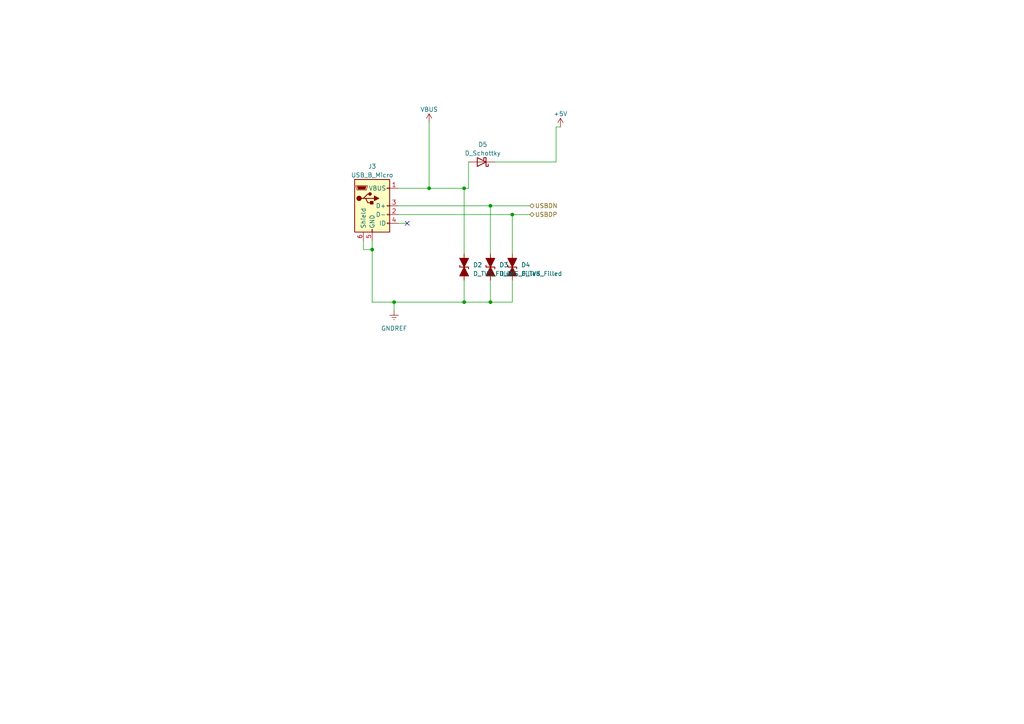
<source format=kicad_sch>
(kicad_sch (version 20230121) (generator eeschema)

  (uuid 28869aa2-6758-4ecc-9b34-cce0aa5e2a19)

  (paper "A4")

  (lib_symbols
    (symbol "Connector:USB_B_Micro" (pin_names (offset 1.016)) (in_bom yes) (on_board yes)
      (property "Reference" "J" (at -5.08 11.43 0)
        (effects (font (size 1.27 1.27)) (justify left))
      )
      (property "Value" "USB_B_Micro" (at -5.08 8.89 0)
        (effects (font (size 1.27 1.27)) (justify left))
      )
      (property "Footprint" "" (at 3.81 -1.27 0)
        (effects (font (size 1.27 1.27)) hide)
      )
      (property "Datasheet" "~" (at 3.81 -1.27 0)
        (effects (font (size 1.27 1.27)) hide)
      )
      (property "ki_keywords" "connector USB micro" (at 0 0 0)
        (effects (font (size 1.27 1.27)) hide)
      )
      (property "ki_description" "USB Micro Type B connector" (at 0 0 0)
        (effects (font (size 1.27 1.27)) hide)
      )
      (property "ki_fp_filters" "USB*" (at 0 0 0)
        (effects (font (size 1.27 1.27)) hide)
      )
      (symbol "USB_B_Micro_0_1"
        (rectangle (start -5.08 -7.62) (end 5.08 7.62)
          (stroke (width 0.254) (type default))
          (fill (type background))
        )
        (circle (center -3.81 2.159) (radius 0.635)
          (stroke (width 0.254) (type default))
          (fill (type outline))
        )
        (circle (center -0.635 3.429) (radius 0.381)
          (stroke (width 0.254) (type default))
          (fill (type outline))
        )
        (rectangle (start -0.127 -7.62) (end 0.127 -6.858)
          (stroke (width 0) (type default))
          (fill (type none))
        )
        (polyline
          (pts
            (xy -1.905 2.159)
            (xy 0.635 2.159)
          )
          (stroke (width 0.254) (type default))
          (fill (type none))
        )
        (polyline
          (pts
            (xy -3.175 2.159)
            (xy -2.54 2.159)
            (xy -1.27 3.429)
            (xy -0.635 3.429)
          )
          (stroke (width 0.254) (type default))
          (fill (type none))
        )
        (polyline
          (pts
            (xy -2.54 2.159)
            (xy -1.905 2.159)
            (xy -1.27 0.889)
            (xy 0 0.889)
          )
          (stroke (width 0.254) (type default))
          (fill (type none))
        )
        (polyline
          (pts
            (xy 0.635 2.794)
            (xy 0.635 1.524)
            (xy 1.905 2.159)
            (xy 0.635 2.794)
          )
          (stroke (width 0.254) (type default))
          (fill (type outline))
        )
        (polyline
          (pts
            (xy -4.318 5.588)
            (xy -1.778 5.588)
            (xy -2.032 4.826)
            (xy -4.064 4.826)
            (xy -4.318 5.588)
          )
          (stroke (width 0) (type default))
          (fill (type outline))
        )
        (polyline
          (pts
            (xy -4.699 5.842)
            (xy -4.699 5.588)
            (xy -4.445 4.826)
            (xy -4.445 4.572)
            (xy -1.651 4.572)
            (xy -1.651 4.826)
            (xy -1.397 5.588)
            (xy -1.397 5.842)
            (xy -4.699 5.842)
          )
          (stroke (width 0) (type default))
          (fill (type none))
        )
        (rectangle (start 0.254 1.27) (end -0.508 0.508)
          (stroke (width 0.254) (type default))
          (fill (type outline))
        )
        (rectangle (start 5.08 -5.207) (end 4.318 -4.953)
          (stroke (width 0) (type default))
          (fill (type none))
        )
        (rectangle (start 5.08 -2.667) (end 4.318 -2.413)
          (stroke (width 0) (type default))
          (fill (type none))
        )
        (rectangle (start 5.08 -0.127) (end 4.318 0.127)
          (stroke (width 0) (type default))
          (fill (type none))
        )
        (rectangle (start 5.08 4.953) (end 4.318 5.207)
          (stroke (width 0) (type default))
          (fill (type none))
        )
      )
      (symbol "USB_B_Micro_1_1"
        (pin power_out line (at 7.62 5.08 180) (length 2.54)
          (name "VBUS" (effects (font (size 1.27 1.27))))
          (number "1" (effects (font (size 1.27 1.27))))
        )
        (pin bidirectional line (at 7.62 -2.54 180) (length 2.54)
          (name "D-" (effects (font (size 1.27 1.27))))
          (number "2" (effects (font (size 1.27 1.27))))
        )
        (pin bidirectional line (at 7.62 0 180) (length 2.54)
          (name "D+" (effects (font (size 1.27 1.27))))
          (number "3" (effects (font (size 1.27 1.27))))
        )
        (pin passive line (at 7.62 -5.08 180) (length 2.54)
          (name "ID" (effects (font (size 1.27 1.27))))
          (number "4" (effects (font (size 1.27 1.27))))
        )
        (pin power_out line (at 0 -10.16 90) (length 2.54)
          (name "GND" (effects (font (size 1.27 1.27))))
          (number "5" (effects (font (size 1.27 1.27))))
        )
        (pin passive line (at -2.54 -10.16 90) (length 2.54)
          (name "Shield" (effects (font (size 1.27 1.27))))
          (number "6" (effects (font (size 1.27 1.27))))
        )
      )
    )
    (symbol "Device:D_Schottky" (pin_numbers hide) (pin_names (offset 1.016) hide) (in_bom yes) (on_board yes)
      (property "Reference" "D" (at 0 2.54 0)
        (effects (font (size 1.27 1.27)))
      )
      (property "Value" "D_Schottky" (at 0 -2.54 0)
        (effects (font (size 1.27 1.27)))
      )
      (property "Footprint" "" (at 0 0 0)
        (effects (font (size 1.27 1.27)) hide)
      )
      (property "Datasheet" "~" (at 0 0 0)
        (effects (font (size 1.27 1.27)) hide)
      )
      (property "ki_keywords" "diode Schottky" (at 0 0 0)
        (effects (font (size 1.27 1.27)) hide)
      )
      (property "ki_description" "Schottky diode" (at 0 0 0)
        (effects (font (size 1.27 1.27)) hide)
      )
      (property "ki_fp_filters" "TO-???* *_Diode_* *SingleDiode* D_*" (at 0 0 0)
        (effects (font (size 1.27 1.27)) hide)
      )
      (symbol "D_Schottky_0_1"
        (polyline
          (pts
            (xy 1.27 0)
            (xy -1.27 0)
          )
          (stroke (width 0) (type default))
          (fill (type none))
        )
        (polyline
          (pts
            (xy 1.27 1.27)
            (xy 1.27 -1.27)
            (xy -1.27 0)
            (xy 1.27 1.27)
          )
          (stroke (width 0.254) (type default))
          (fill (type none))
        )
        (polyline
          (pts
            (xy -1.905 0.635)
            (xy -1.905 1.27)
            (xy -1.27 1.27)
            (xy -1.27 -1.27)
            (xy -0.635 -1.27)
            (xy -0.635 -0.635)
          )
          (stroke (width 0.254) (type default))
          (fill (type none))
        )
      )
      (symbol "D_Schottky_1_1"
        (pin passive line (at -3.81 0 0) (length 2.54)
          (name "K" (effects (font (size 1.27 1.27))))
          (number "1" (effects (font (size 1.27 1.27))))
        )
        (pin passive line (at 3.81 0 180) (length 2.54)
          (name "A" (effects (font (size 1.27 1.27))))
          (number "2" (effects (font (size 1.27 1.27))))
        )
      )
    )
    (symbol "Device:D_TVS_Filled" (pin_numbers hide) (pin_names (offset 1.016) hide) (in_bom yes) (on_board yes)
      (property "Reference" "D" (at 0 2.54 0)
        (effects (font (size 1.27 1.27)))
      )
      (property "Value" "D_TVS_Filled" (at 0 -2.54 0)
        (effects (font (size 1.27 1.27)))
      )
      (property "Footprint" "" (at 0 0 0)
        (effects (font (size 1.27 1.27)) hide)
      )
      (property "Datasheet" "~" (at 0 0 0)
        (effects (font (size 1.27 1.27)) hide)
      )
      (property "ki_keywords" "diode TVS thyrector" (at 0 0 0)
        (effects (font (size 1.27 1.27)) hide)
      )
      (property "ki_description" "Bidirectional transient-voltage-suppression diode, filled shape" (at 0 0 0)
        (effects (font (size 1.27 1.27)) hide)
      )
      (property "ki_fp_filters" "TO-???* *_Diode_* *SingleDiode* D_*" (at 0 0 0)
        (effects (font (size 1.27 1.27)) hide)
      )
      (symbol "D_TVS_Filled_0_1"
        (polyline
          (pts
            (xy 1.27 0)
            (xy -1.27 0)
          )
          (stroke (width 0) (type default))
          (fill (type none))
        )
        (polyline
          (pts
            (xy -2.54 -1.27)
            (xy 0 0)
            (xy -2.54 1.27)
            (xy -2.54 -1.27)
          )
          (stroke (width 0.254) (type default))
          (fill (type outline))
        )
        (polyline
          (pts
            (xy 0.508 1.27)
            (xy 0 1.27)
            (xy 0 -1.27)
            (xy -0.508 -1.27)
          )
          (stroke (width 0.254) (type default))
          (fill (type none))
        )
        (polyline
          (pts
            (xy 2.54 1.27)
            (xy 2.54 -1.27)
            (xy 0 0)
            (xy 2.54 1.27)
          )
          (stroke (width 0.254) (type default))
          (fill (type outline))
        )
      )
      (symbol "D_TVS_Filled_1_1"
        (pin passive line (at -3.81 0 0) (length 2.54)
          (name "A1" (effects (font (size 1.27 1.27))))
          (number "1" (effects (font (size 1.27 1.27))))
        )
        (pin passive line (at 3.81 0 180) (length 2.54)
          (name "A2" (effects (font (size 1.27 1.27))))
          (number "2" (effects (font (size 1.27 1.27))))
        )
      )
    )
    (symbol "power:+5V" (power) (pin_names (offset 0)) (in_bom yes) (on_board yes)
      (property "Reference" "#PWR" (at 0 -3.81 0)
        (effects (font (size 1.27 1.27)) hide)
      )
      (property "Value" "+5V" (at 0 3.556 0)
        (effects (font (size 1.27 1.27)))
      )
      (property "Footprint" "" (at 0 0 0)
        (effects (font (size 1.27 1.27)) hide)
      )
      (property "Datasheet" "" (at 0 0 0)
        (effects (font (size 1.27 1.27)) hide)
      )
      (property "ki_keywords" "global power" (at 0 0 0)
        (effects (font (size 1.27 1.27)) hide)
      )
      (property "ki_description" "Power symbol creates a global label with name \"+5V\"" (at 0 0 0)
        (effects (font (size 1.27 1.27)) hide)
      )
      (symbol "+5V_0_1"
        (polyline
          (pts
            (xy -0.762 1.27)
            (xy 0 2.54)
          )
          (stroke (width 0) (type default))
          (fill (type none))
        )
        (polyline
          (pts
            (xy 0 0)
            (xy 0 2.54)
          )
          (stroke (width 0) (type default))
          (fill (type none))
        )
        (polyline
          (pts
            (xy 0 2.54)
            (xy 0.762 1.27)
          )
          (stroke (width 0) (type default))
          (fill (type none))
        )
      )
      (symbol "+5V_1_1"
        (pin power_in line (at 0 0 90) (length 0) hide
          (name "+5V" (effects (font (size 1.27 1.27))))
          (number "1" (effects (font (size 1.27 1.27))))
        )
      )
    )
    (symbol "power:GNDREF" (power) (pin_names (offset 0)) (in_bom yes) (on_board yes)
      (property "Reference" "#PWR" (at 0 -6.35 0)
        (effects (font (size 1.27 1.27)) hide)
      )
      (property "Value" "GNDREF" (at 0 -3.81 0)
        (effects (font (size 1.27 1.27)))
      )
      (property "Footprint" "" (at 0 0 0)
        (effects (font (size 1.27 1.27)) hide)
      )
      (property "Datasheet" "" (at 0 0 0)
        (effects (font (size 1.27 1.27)) hide)
      )
      (property "ki_keywords" "global power" (at 0 0 0)
        (effects (font (size 1.27 1.27)) hide)
      )
      (property "ki_description" "Power symbol creates a global label with name \"GNDREF\" , reference supply ground" (at 0 0 0)
        (effects (font (size 1.27 1.27)) hide)
      )
      (symbol "GNDREF_0_1"
        (polyline
          (pts
            (xy -0.635 -1.905)
            (xy 0.635 -1.905)
          )
          (stroke (width 0) (type default))
          (fill (type none))
        )
        (polyline
          (pts
            (xy -0.127 -2.54)
            (xy 0.127 -2.54)
          )
          (stroke (width 0) (type default))
          (fill (type none))
        )
        (polyline
          (pts
            (xy 0 -1.27)
            (xy 0 0)
          )
          (stroke (width 0) (type default))
          (fill (type none))
        )
        (polyline
          (pts
            (xy 1.27 -1.27)
            (xy -1.27 -1.27)
          )
          (stroke (width 0) (type default))
          (fill (type none))
        )
      )
      (symbol "GNDREF_1_1"
        (pin power_in line (at 0 0 270) (length 0) hide
          (name "GNDREF" (effects (font (size 1.27 1.27))))
          (number "1" (effects (font (size 1.27 1.27))))
        )
      )
    )
    (symbol "power:VBUS" (power) (pin_names (offset 0)) (in_bom yes) (on_board yes)
      (property "Reference" "#PWR" (at 0 -3.81 0)
        (effects (font (size 1.27 1.27)) hide)
      )
      (property "Value" "VBUS" (at 0 3.81 0)
        (effects (font (size 1.27 1.27)))
      )
      (property "Footprint" "" (at 0 0 0)
        (effects (font (size 1.27 1.27)) hide)
      )
      (property "Datasheet" "" (at 0 0 0)
        (effects (font (size 1.27 1.27)) hide)
      )
      (property "ki_keywords" "global power" (at 0 0 0)
        (effects (font (size 1.27 1.27)) hide)
      )
      (property "ki_description" "Power symbol creates a global label with name \"VBUS\"" (at 0 0 0)
        (effects (font (size 1.27 1.27)) hide)
      )
      (symbol "VBUS_0_1"
        (polyline
          (pts
            (xy -0.762 1.27)
            (xy 0 2.54)
          )
          (stroke (width 0) (type default))
          (fill (type none))
        )
        (polyline
          (pts
            (xy 0 0)
            (xy 0 2.54)
          )
          (stroke (width 0) (type default))
          (fill (type none))
        )
        (polyline
          (pts
            (xy 0 2.54)
            (xy 0.762 1.27)
          )
          (stroke (width 0) (type default))
          (fill (type none))
        )
      )
      (symbol "VBUS_1_1"
        (pin power_in line (at 0 0 90) (length 0) hide
          (name "VBUS" (effects (font (size 1.27 1.27))))
          (number "1" (effects (font (size 1.27 1.27))))
        )
      )
    )
  )

  (junction (at 134.62 54.61) (diameter 0) (color 0 0 0 0)
    (uuid 1a0fbe1d-6117-485e-a0b3-5244cc22d048)
  )
  (junction (at 142.24 59.69) (diameter 0) (color 0 0 0 0)
    (uuid 4ccd73ee-875c-47df-85cc-5098097a00e9)
  )
  (junction (at 107.95 72.39) (diameter 0) (color 0 0 0 0)
    (uuid 55868661-3d65-4b10-97aa-7b4243b5e134)
  )
  (junction (at 134.62 87.63) (diameter 0) (color 0 0 0 0)
    (uuid 5c55e108-3aa1-44a6-8d6c-ed6a5c00f58a)
  )
  (junction (at 124.46 54.61) (diameter 0) (color 0 0 0 0)
    (uuid 7cd9de9b-4fa9-4bc8-9ec4-c3c100fee06c)
  )
  (junction (at 142.24 87.63) (diameter 0) (color 0 0 0 0)
    (uuid b4520962-71ea-43e4-bcab-e7d93312abe6)
  )
  (junction (at 114.3 87.63) (diameter 0) (color 0 0 0 0)
    (uuid c3760f89-51e8-43ce-a33e-9be0698e6752)
  )
  (junction (at 148.59 62.23) (diameter 0) (color 0 0 0 0)
    (uuid e80c6ea1-7c82-407e-940a-67bf30808c79)
  )

  (no_connect (at 118.11 64.77) (uuid a229b525-adf0-4b7c-90fb-46f529029eb0))

  (wire (pts (xy 148.59 62.23) (xy 148.59 73.66))
    (stroke (width 0) (type default))
    (uuid 11798748-c7e2-49f9-9add-392a1432cfc3)
  )
  (wire (pts (xy 142.24 87.63) (xy 148.59 87.63))
    (stroke (width 0) (type default))
    (uuid 150a62cd-67ec-4f32-ab06-6603d98bee14)
  )
  (wire (pts (xy 124.46 35.56) (xy 124.46 54.61))
    (stroke (width 0) (type default))
    (uuid 1c01a0de-425c-418e-adcd-74124bf8b22e)
  )
  (wire (pts (xy 114.3 87.63) (xy 134.62 87.63))
    (stroke (width 0) (type default))
    (uuid 26ef3da1-1cbf-4fbd-9d87-df7eb8b6c19e)
  )
  (wire (pts (xy 134.62 87.63) (xy 142.24 87.63))
    (stroke (width 0) (type default))
    (uuid 2ab0a9a3-8d09-49cb-920f-9c0f834111a2)
  )
  (wire (pts (xy 105.41 72.39) (xy 107.95 72.39))
    (stroke (width 0) (type default))
    (uuid 2dd723eb-2f12-4d5b-be9e-2ad2edf339bb)
  )
  (wire (pts (xy 148.59 81.28) (xy 148.59 87.63))
    (stroke (width 0) (type default))
    (uuid 49ec8c71-3c37-4463-8c10-ee0080dc4bd9)
  )
  (wire (pts (xy 114.3 87.63) (xy 114.3 90.17))
    (stroke (width 0) (type default))
    (uuid 4df3f76b-fd7a-4f60-862f-c6fb72e3371a)
  )
  (wire (pts (xy 115.57 64.77) (xy 118.11 64.77))
    (stroke (width 0) (type default))
    (uuid 5aba035d-0e7f-4a78-9c7a-690e08890d50)
  )
  (wire (pts (xy 134.62 81.28) (xy 134.62 87.63))
    (stroke (width 0) (type default))
    (uuid 5e10393f-e5c6-4fc1-b8a6-7f220a33acdd)
  )
  (wire (pts (xy 107.95 72.39) (xy 107.95 87.63))
    (stroke (width 0) (type default))
    (uuid 5ec2c94c-e569-49f9-8bb3-748cebd3036e)
  )
  (wire (pts (xy 134.62 54.61) (xy 134.62 73.66))
    (stroke (width 0) (type default))
    (uuid 72b9aeb7-6191-4f64-84cf-c13525a2c20f)
  )
  (wire (pts (xy 143.51 46.99) (xy 161.29 46.99))
    (stroke (width 0) (type default))
    (uuid 7375d248-6d80-4527-b6dc-e2ed1c578208)
  )
  (wire (pts (xy 134.62 54.61) (xy 135.89 54.61))
    (stroke (width 0) (type default))
    (uuid 78269399-3955-42c9-926e-e7ae3f3dab1f)
  )
  (wire (pts (xy 115.57 59.69) (xy 142.24 59.69))
    (stroke (width 0) (type default))
    (uuid 885570c7-a5d3-4f11-9e13-0b36100a043b)
  )
  (wire (pts (xy 115.57 54.61) (xy 124.46 54.61))
    (stroke (width 0) (type default))
    (uuid 90ea9bd2-9a9b-41f3-9604-a200625b0def)
  )
  (wire (pts (xy 105.41 69.85) (xy 105.41 72.39))
    (stroke (width 0) (type default))
    (uuid a0121d24-a719-446e-b665-360ca2c5ad44)
  )
  (wire (pts (xy 107.95 69.85) (xy 107.95 72.39))
    (stroke (width 0) (type default))
    (uuid a762de24-f9fb-4e95-8a88-057b3a26ffc3)
  )
  (wire (pts (xy 142.24 81.28) (xy 142.24 87.63))
    (stroke (width 0) (type default))
    (uuid bb35f9c9-765d-4ebf-b20d-ab040fba55e3)
  )
  (wire (pts (xy 135.89 54.61) (xy 135.89 46.99))
    (stroke (width 0) (type default))
    (uuid c3aa8541-e3af-4cb9-9443-de81775c9f99)
  )
  (wire (pts (xy 161.29 46.99) (xy 161.29 36.83))
    (stroke (width 0) (type default))
    (uuid c6237b4d-10bc-45da-a17e-d2786bf7b696)
  )
  (wire (pts (xy 148.59 62.23) (xy 153.67 62.23))
    (stroke (width 0) (type default))
    (uuid d091d590-6c40-4bbe-bb9e-e2fa95255bbc)
  )
  (wire (pts (xy 142.24 59.69) (xy 153.67 59.69))
    (stroke (width 0) (type default))
    (uuid d5268b3a-290d-48e3-b673-b08eaa35fc6a)
  )
  (wire (pts (xy 124.46 54.61) (xy 134.62 54.61))
    (stroke (width 0) (type default))
    (uuid d9f44165-0a13-4d94-ada0-1dff11ed136a)
  )
  (wire (pts (xy 161.29 36.83) (xy 162.56 36.83))
    (stroke (width 0) (type default))
    (uuid ebadba69-f79f-4759-972f-df51c9cb9dc4)
  )
  (wire (pts (xy 142.24 59.69) (xy 142.24 73.66))
    (stroke (width 0) (type default))
    (uuid edac0cbe-f318-4b6e-9ebb-932dff570f30)
  )
  (wire (pts (xy 115.57 62.23) (xy 148.59 62.23))
    (stroke (width 0) (type default))
    (uuid efd38729-dd1d-41e6-85d8-3b65664e0b77)
  )
  (wire (pts (xy 107.95 87.63) (xy 114.3 87.63))
    (stroke (width 0) (type default))
    (uuid fca45be4-51f1-46db-8aca-d8b38fc0e955)
  )

  (hierarchical_label "USBDN" (shape bidirectional) (at 153.67 59.69 0) (fields_autoplaced)
    (effects (font (size 1.27 1.27)) (justify left))
    (uuid 25e0ad28-7fdd-4b36-b393-a9b7e8e67c5e)
  )
  (hierarchical_label "USBDP" (shape bidirectional) (at 153.67 62.23 0) (fields_autoplaced)
    (effects (font (size 1.27 1.27)) (justify left))
    (uuid ca114330-0a17-4727-a021-aec6e8362620)
  )

  (symbol (lib_id "power:GNDREF") (at 114.3 90.17 0) (unit 1)
    (in_bom yes) (on_board yes) (dnp no) (fields_autoplaced)
    (uuid 11e9ec04-94de-45f5-b478-fcf722218b04)
    (property "Reference" "#PWR03" (at 114.3 96.52 0)
      (effects (font (size 1.27 1.27)) hide)
    )
    (property "Value" "GNDREF" (at 114.3 95.25 0)
      (effects (font (size 1.27 1.27)))
    )
    (property "Footprint" "" (at 114.3 90.17 0)
      (effects (font (size 1.27 1.27)) hide)
    )
    (property "Datasheet" "" (at 114.3 90.17 0)
      (effects (font (size 1.27 1.27)) hide)
    )
    (pin "1" (uuid f86e758a-95b8-4a1b-8376-62d6e1fd7780))
    (instances
      (project "Test"
        (path "/500173a1-7f35-43bb-9d25-c87545bd4fab/90c2206b-2d67-4445-a823-fc241fb019b9"
          (reference "#PWR03") (unit 1)
        )
        (path "/500173a1-7f35-43bb-9d25-c87545bd4fab/150f5907-541f-4770-9654-de3ec4a03139"
          (reference "#PWR018") (unit 1)
        )
      )
    )
  )

  (symbol (lib_id "Device:D_TVS_Filled") (at 142.24 77.47 270) (unit 1)
    (in_bom yes) (on_board yes) (dnp no) (fields_autoplaced)
    (uuid 293e4df3-46df-42ba-bd54-33f81a11c2c5)
    (property "Reference" "D3" (at 144.78 76.835 90)
      (effects (font (size 1.27 1.27)) (justify left))
    )
    (property "Value" "D_TVS_Filled" (at 144.78 79.375 90)
      (effects (font (size 1.27 1.27)) (justify left))
    )
    (property "Footprint" "Libraries:TVS_LESD5D5.0CT1G" (at 142.24 77.47 0)
      (effects (font (size 1.27 1.27)) hide)
    )
    (property "Datasheet" "~" (at 142.24 77.47 0)
      (effects (font (size 1.27 1.27)) hide)
    )
    (pin "1" (uuid 6dac3fdc-c109-45a6-b338-90fb200387bd))
    (pin "2" (uuid 0b11057a-e690-46da-9caa-9bf62451d119))
    (instances
      (project "Test"
        (path "/500173a1-7f35-43bb-9d25-c87545bd4fab/150f5907-541f-4770-9654-de3ec4a03139"
          (reference "D3") (unit 1)
        )
      )
    )
  )

  (symbol (lib_id "Device:D_Schottky") (at 139.7 46.99 180) (unit 1)
    (in_bom yes) (on_board yes) (dnp no) (fields_autoplaced)
    (uuid 3facf8f8-72d0-46c5-8920-603cd01b403b)
    (property "Reference" "D5" (at 140.0175 41.91 0)
      (effects (font (size 1.27 1.27)))
    )
    (property "Value" "D_Schottky" (at 140.0175 44.45 0)
      (effects (font (size 1.27 1.27)))
    )
    (property "Footprint" "Diode_SMD:D_SOD-323" (at 139.7 46.99 0)
      (effects (font (size 1.27 1.27)) hide)
    )
    (property "Datasheet" "~" (at 139.7 46.99 0)
      (effects (font (size 1.27 1.27)) hide)
    )
    (pin "1" (uuid 134ed791-ced7-4246-94d4-f51e60f607cb))
    (pin "2" (uuid 0b251ecc-2aef-427c-a5ba-522f433b0841))
    (instances
      (project "Test"
        (path "/500173a1-7f35-43bb-9d25-c87545bd4fab/150f5907-541f-4770-9654-de3ec4a03139"
          (reference "D5") (unit 1)
        )
      )
    )
  )

  (symbol (lib_id "Device:D_TVS_Filled") (at 148.59 77.47 270) (unit 1)
    (in_bom yes) (on_board yes) (dnp no) (fields_autoplaced)
    (uuid 8c8bf4f8-5c74-4fc5-929f-a378966108f7)
    (property "Reference" "D4" (at 151.13 76.835 90)
      (effects (font (size 1.27 1.27)) (justify left))
    )
    (property "Value" "D_TVS_Filled" (at 151.13 79.375 90)
      (effects (font (size 1.27 1.27)) (justify left))
    )
    (property "Footprint" "Libraries:TVS_LESD5D5.0CT1G" (at 148.59 77.47 0)
      (effects (font (size 1.27 1.27)) hide)
    )
    (property "Datasheet" "~" (at 148.59 77.47 0)
      (effects (font (size 1.27 1.27)) hide)
    )
    (pin "1" (uuid 1e44df1f-fdc4-4641-b9fa-def1977bb90a))
    (pin "2" (uuid 40a8b534-d582-4f64-8087-67c2a7083bbf))
    (instances
      (project "Test"
        (path "/500173a1-7f35-43bb-9d25-c87545bd4fab/150f5907-541f-4770-9654-de3ec4a03139"
          (reference "D4") (unit 1)
        )
      )
    )
  )

  (symbol (lib_id "power:VBUS") (at 124.46 35.56 0) (unit 1)
    (in_bom yes) (on_board yes) (dnp no) (fields_autoplaced)
    (uuid 9c3a5394-9152-4522-a8fa-1f9b9999d729)
    (property "Reference" "#PWR020" (at 124.46 39.37 0)
      (effects (font (size 1.27 1.27)) hide)
    )
    (property "Value" "VBUS" (at 124.46 31.75 0)
      (effects (font (size 1.27 1.27)))
    )
    (property "Footprint" "" (at 124.46 35.56 0)
      (effects (font (size 1.27 1.27)) hide)
    )
    (property "Datasheet" "" (at 124.46 35.56 0)
      (effects (font (size 1.27 1.27)) hide)
    )
    (pin "1" (uuid 3ffd1c10-2297-4853-82a1-27bae1f62064))
    (instances
      (project "Test"
        (path "/500173a1-7f35-43bb-9d25-c87545bd4fab/150f5907-541f-4770-9654-de3ec4a03139"
          (reference "#PWR020") (unit 1)
        )
      )
    )
  )

  (symbol (lib_id "power:+5V") (at 162.56 36.83 0) (unit 1)
    (in_bom yes) (on_board yes) (dnp no) (fields_autoplaced)
    (uuid b60411a7-4486-4304-b746-1d7dd329090c)
    (property "Reference" "#PWR021" (at 162.56 40.64 0)
      (effects (font (size 1.27 1.27)) hide)
    )
    (property "Value" "+5V" (at 162.56 33.02 0)
      (effects (font (size 1.27 1.27)))
    )
    (property "Footprint" "" (at 162.56 36.83 0)
      (effects (font (size 1.27 1.27)) hide)
    )
    (property "Datasheet" "" (at 162.56 36.83 0)
      (effects (font (size 1.27 1.27)) hide)
    )
    (pin "1" (uuid bde881e4-e4f7-482d-87fd-ff006afcf2cf))
    (instances
      (project "Test"
        (path "/500173a1-7f35-43bb-9d25-c87545bd4fab/150f5907-541f-4770-9654-de3ec4a03139"
          (reference "#PWR021") (unit 1)
        )
      )
    )
  )

  (symbol (lib_id "Device:D_TVS_Filled") (at 134.62 77.47 270) (unit 1)
    (in_bom yes) (on_board yes) (dnp no) (fields_autoplaced)
    (uuid ba6a594c-06b4-44a0-a055-3dba94ff151b)
    (property "Reference" "D2" (at 137.16 76.835 90)
      (effects (font (size 1.27 1.27)) (justify left))
    )
    (property "Value" "D_TVS_Filled" (at 137.16 79.375 90)
      (effects (font (size 1.27 1.27)) (justify left))
    )
    (property "Footprint" "Libraries:TVS_LESD5D5.0CT1G" (at 134.62 77.47 0)
      (effects (font (size 1.27 1.27)) hide)
    )
    (property "Datasheet" "~" (at 134.62 77.47 0)
      (effects (font (size 1.27 1.27)) hide)
    )
    (pin "1" (uuid 353edc10-3795-4d02-a910-56fde1d8b8f4))
    (pin "2" (uuid a39f3b4b-8b42-46a4-a90c-54006cb3f19c))
    (instances
      (project "Test"
        (path "/500173a1-7f35-43bb-9d25-c87545bd4fab/150f5907-541f-4770-9654-de3ec4a03139"
          (reference "D2") (unit 1)
        )
      )
    )
  )

  (symbol (lib_id "Connector:USB_B_Micro") (at 107.95 59.69 0) (unit 1)
    (in_bom yes) (on_board yes) (dnp no) (fields_autoplaced)
    (uuid e5303233-0a0c-4ad6-96f3-a4bf3b8a1c7c)
    (property "Reference" "J3" (at 107.95 48.26 0)
      (effects (font (size 1.27 1.27)))
    )
    (property "Value" "USB_B_Micro" (at 107.95 50.8 0)
      (effects (font (size 1.27 1.27)))
    )
    (property "Footprint" "Connector_USB:USB_Micro-B_Molex-105017-0001" (at 111.76 60.96 0)
      (effects (font (size 1.27 1.27)) hide)
    )
    (property "Datasheet" "~" (at 111.76 60.96 0)
      (effects (font (size 1.27 1.27)) hide)
    )
    (pin "1" (uuid 65b4f021-2303-40a3-b18c-fd89777b405d))
    (pin "2" (uuid 1e8994b8-87d9-4232-976e-b37426a5ef40))
    (pin "3" (uuid 098f8555-ca9e-4016-abdc-02115cd01c43))
    (pin "4" (uuid a89ff0ea-bcb8-4a47-86b6-fd9be3a1fbfe))
    (pin "5" (uuid 05521241-4317-47c2-9ae3-72e2d6d0ffe8))
    (pin "6" (uuid 6c1ee777-9727-48a6-8627-2d2fd123faf1))
    (instances
      (project "Test"
        (path "/500173a1-7f35-43bb-9d25-c87545bd4fab/150f5907-541f-4770-9654-de3ec4a03139"
          (reference "J3") (unit 1)
        )
      )
    )
  )
)

</source>
